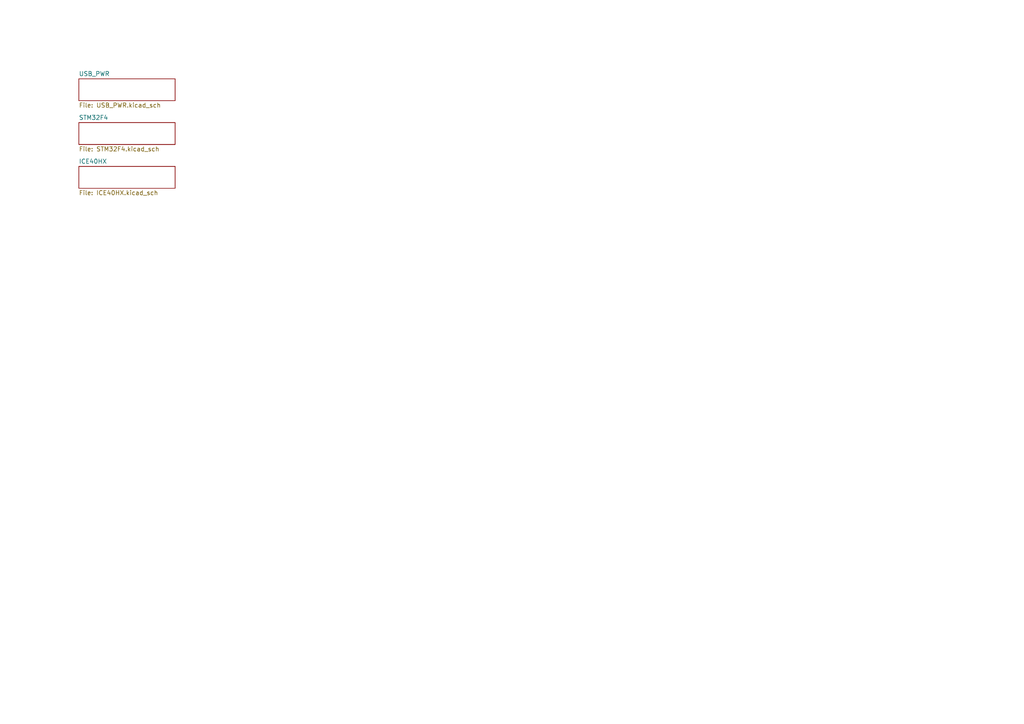
<source format=kicad_sch>
(kicad_sch
	(version 20250114)
	(generator "eeschema")
	(generator_version "9.0")
	(uuid "7cec0856-4a31-46c4-b6e3-cba19fcff38c")
	(paper "A4")
	(lib_symbols)
	(sheet
		(at 22.86 22.86)
		(size 27.94 6.35)
		(exclude_from_sim no)
		(in_bom yes)
		(on_board yes)
		(dnp no)
		(fields_autoplaced yes)
		(stroke
			(width 0.1524)
			(type solid)
		)
		(fill
			(color 0 0 0 0.0000)
		)
		(uuid "6b93f4a9-4e3c-44e6-b8e2-7f9e4ee37b79")
		(property "Sheetname" "USB_PWR"
			(at 22.86 22.1484 0)
			(effects
				(font
					(size 1.27 1.27)
				)
				(justify left bottom)
			)
		)
		(property "Sheetfile" "USB_PWR.kicad_sch"
			(at 22.86 29.7946 0)
			(effects
				(font
					(size 1.27 1.27)
				)
				(justify left top)
			)
		)
		(instances
			(project "FUSEBOX"
				(path "/7cec0856-4a31-46c4-b6e3-cba19fcff38c"
					(page "2")
				)
			)
		)
	)
	(sheet
		(at 22.86 48.26)
		(size 27.94 6.35)
		(exclude_from_sim no)
		(in_bom yes)
		(on_board yes)
		(dnp no)
		(fields_autoplaced yes)
		(stroke
			(width 0.1524)
			(type solid)
		)
		(fill
			(color 0 0 0 0.0000)
		)
		(uuid "b4e578af-3d50-44df-93ee-873a8251bc3d")
		(property "Sheetname" "ICE40HX"
			(at 22.86 47.5484 0)
			(effects
				(font
					(size 1.27 1.27)
				)
				(justify left bottom)
			)
		)
		(property "Sheetfile" "ICE40HX.kicad_sch"
			(at 22.86 55.1946 0)
			(effects
				(font
					(size 1.27 1.27)
				)
				(justify left top)
			)
		)
		(instances
			(project "FUSEBOX"
				(path "/7cec0856-4a31-46c4-b6e3-cba19fcff38c"
					(page "4")
				)
			)
		)
	)
	(sheet
		(at 22.86 35.56)
		(size 27.94 6.35)
		(exclude_from_sim no)
		(in_bom yes)
		(on_board yes)
		(dnp no)
		(fields_autoplaced yes)
		(stroke
			(width 0.1524)
			(type solid)
		)
		(fill
			(color 0 0 0 0.0000)
		)
		(uuid "e599326e-505d-4a4a-8448-d1c391dfbddc")
		(property "Sheetname" "STM32F4"
			(at 22.86 34.8484 0)
			(effects
				(font
					(size 1.27 1.27)
				)
				(justify left bottom)
			)
		)
		(property "Sheetfile" "STM32F4.kicad_sch"
			(at 22.86 42.4946 0)
			(effects
				(font
					(size 1.27 1.27)
				)
				(justify left top)
			)
		)
		(instances
			(project "FUSEBOX"
				(path "/7cec0856-4a31-46c4-b6e3-cba19fcff38c"
					(page "3")
				)
			)
		)
	)
	(sheet_instances
		(path "/"
			(page "1")
		)
	)
	(embedded_fonts no)
)

</source>
